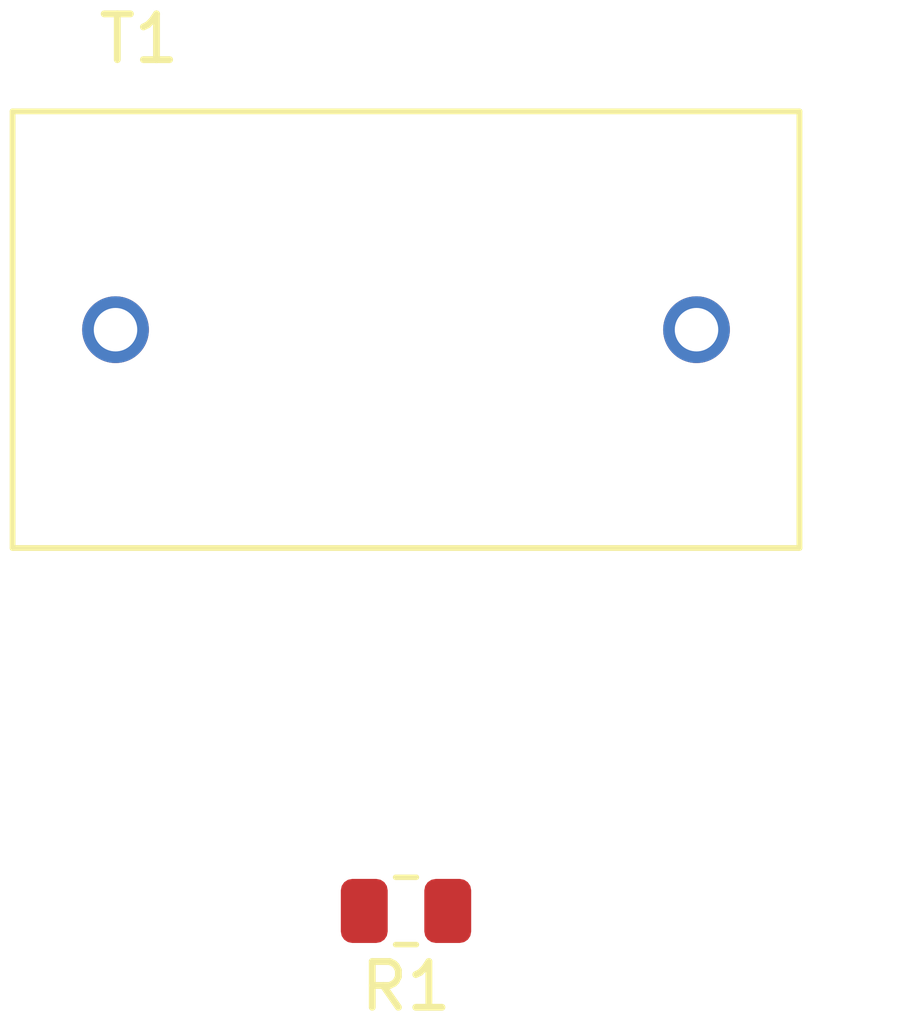
<source format=kicad_pcb>
(kicad_pcb (version 20211014) (generator pcbnew)
  (layers (0 "F.Cu" signal) (31 "B.Cu" signal) (34 "B.Paste" user) (35 "F.Paste" user) (36 "B.SilkS" user "B.Silkscreen") (37 "F.SilkS" user "F.Silkscreen") (38 "B.Mask" user) (39 "F.Mask" user) (44 "Edge.Cuts" user))
  (net 0 "")
  (net 1 "Net-(T1-Pad3)")
  (net 2 "Net-(R1-Pad2)")
  (footprint "Resistor_SMD:R_0805_2012Metric" (layer "F.Cu") (at 218.44 76.2 180)
    (fp_text reference "R1" (at 0 -1.65) (layer "F.SilkS"))
    (fp_text value "R")
    (fp_line (start -0.227064 -0.735) (end 0.227064 -0.735) (layer "F.SilkS") (width 0.12))
    (fp_line (start -0.227064 0.735) (end 0.227064 0.735) (layer "F.SilkS") (width 0.12))
    (pad "1" smd roundrect (at -0.9125 0 180) (size 1.025 1.4) (layers "F.Cu" "F.Paste" "F.Mask") (roundrect_rratio 0.243902) (net 1 "Net-(T1-Pad3)"))
    (pad "2" smd roundrect (at 0.9125 0 180) (size 1.025 1.4) (layers "F.Cu" "F.Paste" "F.Mask") (roundrect_rratio 0.243902) (net 2 "Net-(R1-Pad2)"))
  )
  (footprint "AX-1500:INDRR1270W55L1720T953H2040" (layer "F.Cu") (at 218.44 63.5)
    (fp_text reference "T1" (at -5.835 -6.355) (layer "F.SilkS"))
    (fp_text value "AX-1500")
    (fp_line (start 8.6 -4.77) (end 8.6 4.77) (layer "F.SilkS") (width 0.127))
    (fp_line (start -8.6 4.77) (end -8.6 -4.77) (layer "F.SilkS") (width 0.127))
    (fp_line (start -8.6 -4.77) (end 8.6 -4.77) (layer "F.SilkS") (width 0.127))
    (fp_line (start 8.6 4.77) (end -8.6 4.77) (layer "F.SilkS") (width 0.127))
    (pad "1" thru_hole circle locked (at -6.35 0) (size 1.458 1.458) (drill 0.95) (layers *.Cu *.Mask) (net 2 "Net-(R1-Pad2)"))
    (pad "3" thru_hole circle locked (at 6.35 0) (size 1.458 1.458) (drill 0.95) (layers *.Cu *.Mask) (net 1 "Net-(T1-Pad3)"))
  )
)
</source>
